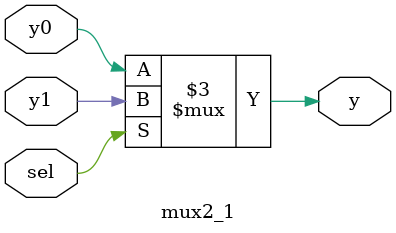
<source format=v>
`timescale 1ns / 1ps

module mux2_1(input sel, input y0, input y1, output reg y);
    always @(*) begin
        if (sel)
            y = y1;
        else
            y = y0;
    end
endmodule

</source>
